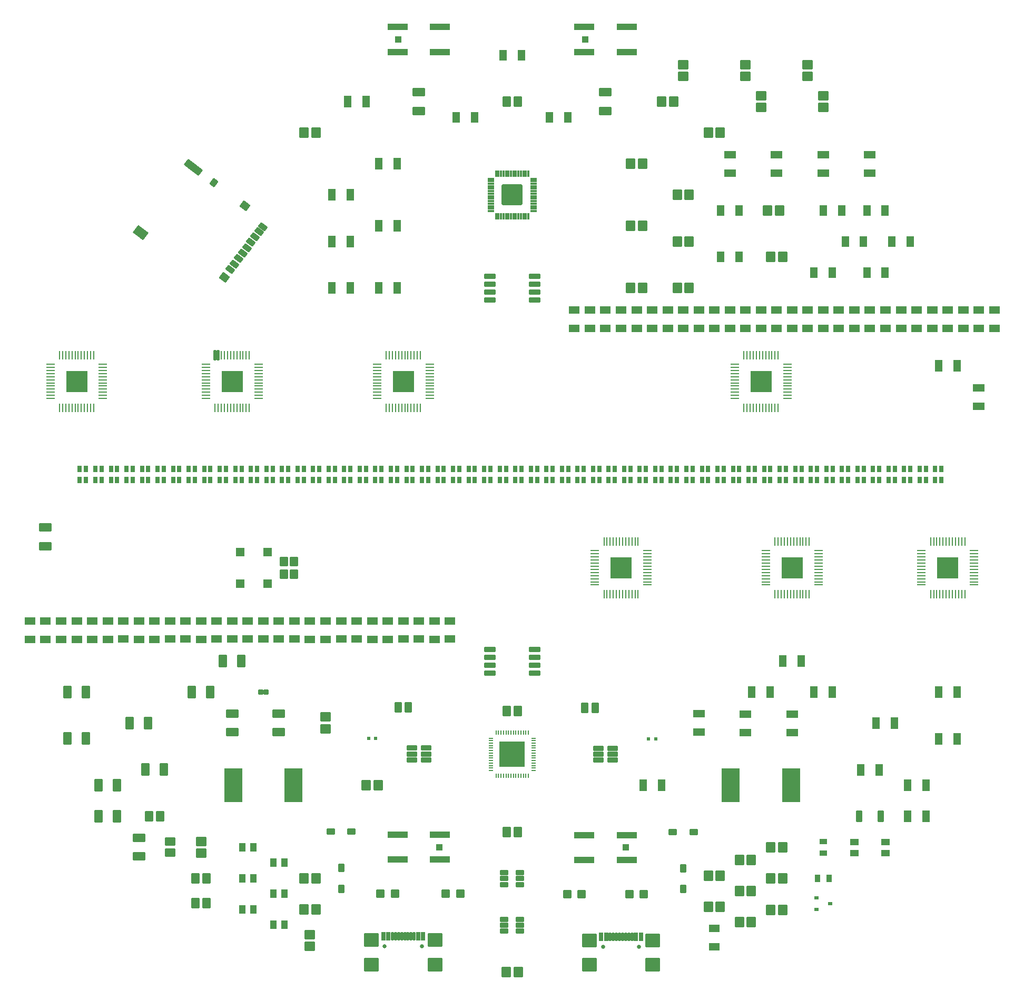
<source format=gbr>
%TF.GenerationSoftware,KiCad,Pcbnew,9.0.0*%
%TF.CreationDate,2025-04-03T19:14:32+05:30*%
%TF.ProjectId,12i(overall),31326928-6f76-4657-9261-6c6c292e6b69,rev?*%
%TF.SameCoordinates,Original*%
%TF.FileFunction,Soldermask,Top*%
%TF.FilePolarity,Negative*%
%FSLAX46Y46*%
G04 Gerber Fmt 4.6, Leading zero omitted, Abs format (unit mm)*
G04 Created by KiCad (PCBNEW 9.0.0) date 2025-04-03 19:14:32*
%MOMM*%
%LPD*%
G01*
G04 APERTURE LIST*
G04 Aperture macros list*
%AMRoundRect*
0 Rectangle with rounded corners*
0 $1 Rounding radius*
0 $2 $3 $4 $5 $6 $7 $8 $9 X,Y pos of 4 corners*
0 Add a 4 corners polygon primitive as box body*
4,1,4,$2,$3,$4,$5,$6,$7,$8,$9,$2,$3,0*
0 Add four circle primitives for the rounded corners*
1,1,$1+$1,$2,$3*
1,1,$1+$1,$4,$5*
1,1,$1+$1,$6,$7*
1,1,$1+$1,$8,$9*
0 Add four rect primitives between the rounded corners*
20,1,$1+$1,$2,$3,$4,$5,0*
20,1,$1+$1,$4,$5,$6,$7,0*
20,1,$1+$1,$6,$7,$8,$9,0*
20,1,$1+$1,$8,$9,$2,$3,0*%
G04 Aperture macros list end*
%ADD10RoundRect,0.102000X0.750000X-0.650000X0.750000X0.650000X-0.750000X0.650000X-0.750000X-0.650000X0*%
%ADD11RoundRect,0.102000X0.250000X-0.425000X0.250000X0.425000X-0.250000X0.425000X-0.250000X-0.425000X0*%
%ADD12RoundRect,0.099250X0.607750X0.297750X-0.607750X0.297750X-0.607750X-0.297750X0.607750X-0.297750X0*%
%ADD13R,1.803400X1.168400*%
%ADD14RoundRect,0.102000X-0.250000X0.425000X-0.250000X-0.425000X0.250000X-0.425000X0.250000X0.425000X0*%
%ADD15RoundRect,0.102000X-0.550000X-0.650000X0.550000X-0.650000X0.550000X0.650000X-0.550000X0.650000X0*%
%ADD16RoundRect,0.102000X0.865000X-0.485000X0.865000X0.485000X-0.865000X0.485000X-0.865000X-0.485000X0*%
%ADD17RoundRect,0.102000X-0.585000X-0.885000X0.585000X-0.885000X0.585000X0.885000X-0.585000X0.885000X0*%
%ADD18RoundRect,0.102000X0.885000X-0.585000X0.885000X0.585000X-0.885000X0.585000X-0.885000X-0.585000X0*%
%ADD19R,1.168400X1.803400*%
%ADD20RoundRect,0.102000X-0.575000X-0.575000X0.575000X-0.575000X0.575000X0.575000X-0.575000X0.575000X0*%
%ADD21R,0.754800X0.199200*%
%ADD22R,0.199200X0.754800*%
%ADD23R,4.038600X4.038600*%
%ADD24RoundRect,0.102000X0.650000X0.750000X-0.650000X0.750000X-0.650000X-0.750000X0.650000X-0.750000X0*%
%ADD25RoundRect,0.102000X0.585000X0.885000X-0.585000X0.885000X-0.585000X-0.885000X0.585000X-0.885000X0*%
%ADD26RoundRect,0.102000X0.485000X0.865000X-0.485000X0.865000X-0.485000X-0.865000X0.485000X-0.865000X0*%
%ADD27RoundRect,0.102000X-0.365000X0.605000X-0.365000X-0.605000X0.365000X-0.605000X0.365000X0.605000X0*%
%ADD28R,1.250000X0.855600*%
%ADD29RoundRect,0.102000X-0.485000X-0.865000X0.485000X-0.865000X0.485000X0.865000X-0.485000X0.865000X0*%
%ADD30R,1.066800X1.346200*%
%ADD31R,3.200001X0.990600*%
%ADD32R,0.990600X0.990600*%
%ADD33RoundRect,0.102000X-0.650000X-0.750000X0.650000X-0.750000X0.650000X0.750000X-0.650000X0.750000X0*%
%ADD34RoundRect,0.102000X-0.865000X0.485000X-0.865000X-0.485000X0.865000X-0.485000X0.865000X0.485000X0*%
%ADD35RoundRect,0.102000X0.575000X0.725000X-0.575000X0.725000X-0.575000X-0.725000X0.575000X-0.725000X0*%
%ADD36R,0.270000X1.461200*%
%ADD37R,1.461200X0.270000*%
%ADD38R,3.500001X3.500001*%
%ADD39RoundRect,0.102000X-0.457200X-0.723900X0.457200X-0.723900X0.457200X0.723900X-0.457200X0.723900X0*%
%ADD40R,0.800001X0.549999*%
%ADD41RoundRect,0.098000X-0.809000X-0.294000X0.809000X-0.294000X0.809000X0.294000X-0.809000X0.294000X0*%
%ADD42R,1.397000X1.346200*%
%ADD43R,0.575600X0.600000*%
%ADD44RoundRect,0.099250X-0.727750X-0.297750X0.727750X-0.297750X0.727750X0.297750X-0.727750X0.297750X0*%
%ADD45RoundRect,0.045000X-0.455000X-0.135000X0.455000X-0.135000X0.455000X0.135000X-0.455000X0.135000X0*%
%ADD46RoundRect,0.045000X-0.135000X-0.455000X0.135000X-0.455000X0.135000X0.455000X-0.135000X0.455000X0*%
%ADD47RoundRect,0.102000X-1.550000X-1.550000X1.550000X-1.550000X1.550000X1.550000X-1.550000X1.550000X0*%
%ADD48RoundRect,0.102000X-0.575000X-0.725000X0.575000X-0.725000X0.575000X0.725000X-0.575000X0.725000X0*%
%ADD49RoundRect,0.102000X-0.400000X-0.800000X0.400000X-0.800000X0.400000X0.800000X-0.400000X0.800000X0*%
%ADD50RoundRect,0.102000X0.725000X-0.575000X0.725000X0.575000X-0.725000X0.575000X-0.725000X-0.575000X0*%
%ADD51RoundRect,0.102000X-0.268546X0.640611X-0.689817X0.081567X0.268546X-0.640611X0.689817X-0.081567X0*%
%ADD52RoundRect,0.102000X-0.178274X0.760407X-0.780089X-0.038229X0.178274X-0.760407X0.780089X0.038229X0*%
%ADD53RoundRect,0.102000X-0.817182X1.241859X-1.418997X0.443223X0.817182X-1.241859X1.418997X-0.443223X0*%
%ADD54RoundRect,0.102000X-0.367524X1.090837X-1.149883X0.052611X0.367524X-1.090837X1.149883X-0.052611X0*%
%ADD55RoundRect,0.102000X-0.018547X0.640044X-0.620362X-0.158592X0.018547X-0.640044X0.620362X0.158592X0*%
%ADD56RoundRect,0.102000X-0.605000X-0.365000X0.605000X-0.365000X0.605000X0.365000X-0.605000X0.365000X0*%
%ADD57C,0.650000*%
%ADD58RoundRect,0.080000X-0.300000X-0.575000X0.300000X-0.575000X0.300000X0.575000X-0.300000X0.575000X0*%
%ADD59RoundRect,0.080000X-0.150000X-0.575000X0.150000X-0.575000X0.150000X0.575000X-0.150000X0.575000X0*%
%ADD60RoundRect,0.102000X-1.090000X-1.000000X1.090000X-1.000000X1.090000X1.000000X-1.090000X1.000000X0*%
%ADD61R,0.855600X1.250000*%
%ADD62RoundRect,0.102000X0.605000X0.365000X-0.605000X0.365000X-0.605000X-0.365000X0.605000X-0.365000X0*%
%ADD63R,2.895600X5.410200*%
%ADD64RoundRect,0.102000X0.575000X0.575000X-0.575000X0.575000X-0.575000X-0.575000X0.575000X-0.575000X0*%
%ADD65RoundRect,0.080000X0.135000X0.730600X-0.135000X0.730600X-0.135000X-0.730600X0.135000X-0.730600X0*%
%ADD66RoundRect,0.102000X-0.280000X-0.320000X0.280000X-0.320000X0.280000X0.320000X-0.280000X0.320000X0*%
%ADD67RoundRect,0.102000X-0.885000X0.585000X-0.885000X-0.585000X0.885000X-0.585000X0.885000X0.585000X0*%
%ADD68RoundRect,0.102000X0.457200X0.723900X-0.457200X0.723900X-0.457200X-0.723900X0.457200X-0.723900X0*%
%ADD69RoundRect,0.102000X-0.750000X0.650000X-0.750000X-0.650000X0.750000X-0.650000X0.750000X0.650000X0*%
%ADD70R,1.447800X1.117600*%
%ADD71RoundRect,0.102000X-0.580000X-0.735000X0.580000X-0.735000X0.580000X0.735000X-0.580000X0.735000X0*%
G04 APERTURE END LIST*
D10*
%TO.C,C76*%
X490000000Y-190950000D03*
X490000000Y-189050000D03*
%TD*%
D11*
%TO.C,D61*%
X384000000Y-249125000D03*
X384000000Y-250875000D03*
X383000000Y-250875000D03*
X383000000Y-249125000D03*
%TD*%
D12*
%TO.C,U1*%
X451255000Y-315950000D03*
X451255000Y-315000000D03*
X451255000Y-314050000D03*
X448745000Y-314050000D03*
X448745000Y-315000000D03*
X448745000Y-315950000D03*
%TD*%
D13*
%TO.C,C3*%
X485000000Y-226473200D03*
X485000000Y-223526800D03*
%TD*%
D11*
%TO.C,De3*%
X449000000Y-249125000D03*
X449000000Y-250875000D03*
X448000000Y-250875000D03*
X448000000Y-249125000D03*
%TD*%
D14*
%TO.C,D13*%
X460500000Y-250875000D03*
X460500000Y-249125000D03*
X461500000Y-249125000D03*
X461500000Y-250875000D03*
%TD*%
D13*
%TO.C,C18*%
X497500000Y-226473200D03*
X497500000Y-223526800D03*
%TD*%
D15*
%TO.C,Y1*%
X413275000Y-263950000D03*
X413275000Y-266050000D03*
X414925000Y-266050000D03*
X414925000Y-263950000D03*
%TD*%
D16*
%TO.C,R32*%
X487500000Y-291480000D03*
X487500000Y-288520000D03*
%TD*%
D13*
%TO.C,C106*%
X390000000Y-276500000D03*
X390000000Y-273553600D03*
%TD*%
D14*
%TO.C,D22*%
X468000000Y-250875000D03*
X468000000Y-249125000D03*
X469000000Y-249125000D03*
X469000000Y-250875000D03*
%TD*%
D17*
%TO.C,R39*%
X383506000Y-304950000D03*
X386494000Y-304950000D03*
%TD*%
D18*
%TO.C,R43*%
X412500000Y-291444000D03*
X412500000Y-288456000D03*
%TD*%
D14*
%TO.C,D25*%
X495500000Y-250875000D03*
X495500000Y-249125000D03*
X496500000Y-249125000D03*
X496500000Y-250875000D03*
%TD*%
D13*
%TO.C,C5*%
X462500000Y-226473200D03*
X462500000Y-223526800D03*
%TD*%
D19*
%TO.C,C85*%
X441026800Y-192500000D03*
X443973200Y-192500000D03*
%TD*%
D10*
%TO.C,C78*%
X487500000Y-185950000D03*
X487500000Y-184050000D03*
%TD*%
D13*
%TO.C,C9*%
X490000000Y-226446400D03*
X490000000Y-223500000D03*
%TD*%
D20*
%TO.C,R44*%
X458825000Y-317500000D03*
X461175000Y-317500000D03*
%TD*%
D21*
%TO.C,U10*%
X446547599Y-292400000D03*
X446547599Y-292799999D03*
X446547599Y-293200001D03*
X446547599Y-293600000D03*
X446547599Y-293999999D03*
X446547599Y-294400001D03*
X446547599Y-294800000D03*
X446547599Y-295200000D03*
X446547599Y-295599999D03*
X446547599Y-296000001D03*
X446547599Y-296400000D03*
X446547599Y-296799999D03*
X446547599Y-297200001D03*
X446547599Y-297600000D03*
D22*
X447400000Y-298452401D03*
X447799999Y-298452401D03*
X448200001Y-298452401D03*
X448600000Y-298452401D03*
X448999999Y-298452401D03*
X449400001Y-298452401D03*
X449800000Y-298452401D03*
X450200000Y-298452401D03*
X450599999Y-298452401D03*
X451000001Y-298452401D03*
X451400000Y-298452401D03*
X451799999Y-298452401D03*
X452200001Y-298452401D03*
X452600000Y-298452401D03*
D21*
X453452401Y-297600000D03*
X453452401Y-297200001D03*
X453452401Y-296799999D03*
X453452401Y-296400000D03*
X453452401Y-296000001D03*
X453452401Y-295599999D03*
X453452401Y-295200000D03*
X453452401Y-294800000D03*
X453452401Y-294400001D03*
X453452401Y-293999999D03*
X453452401Y-293600000D03*
X453452401Y-293200001D03*
X453452401Y-292799999D03*
X453452401Y-292400000D03*
D22*
X452600000Y-291547599D03*
X452200001Y-291547599D03*
X451799999Y-291547599D03*
X451400000Y-291547599D03*
X451000001Y-291547599D03*
X450599999Y-291547599D03*
X450200000Y-291547599D03*
X449800000Y-291547599D03*
X449400001Y-291547599D03*
X448999999Y-291547599D03*
X448600000Y-291547599D03*
X448200001Y-291547599D03*
X447799999Y-291547599D03*
X447400000Y-291547599D03*
D23*
X450000000Y-295000000D03*
%TD*%
D13*
%TO.C,C26*%
X505000000Y-226473200D03*
X505000000Y-223526800D03*
%TD*%
%TO.C,C8*%
X465000000Y-226446400D03*
X465000000Y-223500000D03*
%TD*%
D24*
%TO.C,C65*%
X475950000Y-190000000D03*
X474050000Y-190000000D03*
%TD*%
D11*
%TO.C,D74*%
X399000000Y-249125000D03*
X399000000Y-250875000D03*
X398000000Y-250875000D03*
X398000000Y-249125000D03*
%TD*%
D25*
%TO.C,R48*%
X391494000Y-289950000D03*
X388506000Y-289950000D03*
%TD*%
D26*
%TO.C,R18*%
X491480000Y-285000000D03*
X488520000Y-285000000D03*
%TD*%
%TO.C,R24*%
X511480000Y-290000000D03*
X508520000Y-290000000D03*
%TD*%
D13*
%TO.C,C16*%
X522500000Y-226446400D03*
X522500000Y-223500000D03*
%TD*%
D14*
%TO.C,D14*%
X485500000Y-250875000D03*
X485500000Y-249125000D03*
X486500000Y-249125000D03*
X486500000Y-250875000D03*
%TD*%
D11*
%TO.C,D66*%
X439000000Y-249125000D03*
X439000000Y-250875000D03*
X438000000Y-250875000D03*
X438000000Y-249125000D03*
%TD*%
D13*
%TO.C,C111*%
X415000000Y-276473200D03*
X415000000Y-273526800D03*
%TD*%
D19*
%TO.C,C38*%
X507000000Y-207500000D03*
X509946400Y-207500000D03*
%TD*%
D11*
%TO.C,D77*%
X426500000Y-249125000D03*
X426500000Y-250875000D03*
X425500000Y-250875000D03*
X425500000Y-249125000D03*
%TD*%
D24*
%TO.C,C63*%
X470950000Y-210000000D03*
X469050000Y-210000000D03*
%TD*%
D11*
%TO.C,D73*%
X431500000Y-249125000D03*
X431500000Y-250875000D03*
X430500000Y-250875000D03*
X430500000Y-249125000D03*
%TD*%
D13*
%TO.C,C11*%
X467500000Y-226500000D03*
X467500000Y-223553600D03*
%TD*%
D11*
%TO.C,D59*%
X416500000Y-249125000D03*
X416500000Y-250875000D03*
X415500000Y-250875000D03*
X415500000Y-249125000D03*
%TD*%
D13*
%TO.C,C94*%
X405000000Y-276473200D03*
X405000000Y-273526800D03*
%TD*%
D27*
%TO.C,D32*%
X422500000Y-313270000D03*
X422500000Y-316630000D03*
%TD*%
D13*
%TO.C,C103*%
X425000000Y-276473200D03*
X425000000Y-273526800D03*
%TD*%
%TO.C,C99*%
X400000000Y-276500000D03*
X400000000Y-273553600D03*
%TD*%
D28*
%TO.C,C44*%
X500000000Y-310927800D03*
X500000000Y-309072200D03*
%TD*%
D29*
%TO.C,R17*%
X493520000Y-280000000D03*
X496480000Y-280000000D03*
%TD*%
D30*
%TO.C,C48*%
X411623700Y-317450000D03*
X413376300Y-317450000D03*
%TD*%
D31*
%TO.C,SW1*%
X431600002Y-177999999D03*
X438399998Y-177999999D03*
X431600002Y-182000001D03*
X438399998Y-182000001D03*
D32*
X431699999Y-180000000D03*
%TD*%
D13*
%TO.C,C14*%
X470000000Y-226500000D03*
X470000000Y-223553600D03*
%TD*%
D33*
%TO.C,C71*%
X491050000Y-207500000D03*
X492950000Y-207500000D03*
%TD*%
D34*
%TO.C,R25*%
X507500000Y-198520000D03*
X507500000Y-201480000D03*
%TD*%
D19*
%TO.C,C126*%
X448526800Y-182500000D03*
X451473200Y-182500000D03*
%TD*%
D14*
%TO.C,D7*%
X455500000Y-250875000D03*
X455500000Y-249125000D03*
X456500000Y-249125000D03*
X456500000Y-250875000D03*
%TD*%
D35*
%TO.C,C125*%
X400900000Y-314950000D03*
X399100000Y-314950000D03*
%TD*%
D13*
%TO.C,C113*%
X382500000Y-276500000D03*
X382500000Y-273553600D03*
%TD*%
D17*
%TO.C,R38*%
X403506000Y-279950000D03*
X406494000Y-279950000D03*
%TD*%
D13*
%TO.C,C21*%
X500000000Y-226473200D03*
X500000000Y-223526800D03*
%TD*%
D36*
%TO.C,IC4*%
X377250000Y-239225000D03*
X377749999Y-239225000D03*
X378250001Y-239225000D03*
X378750000Y-239225000D03*
X379249999Y-239225000D03*
X379750000Y-239225000D03*
X380250000Y-239225000D03*
X380750001Y-239225000D03*
X381250000Y-239225000D03*
X381749999Y-239225000D03*
X382250001Y-239225000D03*
X382750000Y-239225000D03*
D37*
X384225000Y-237750000D03*
X384225000Y-237250001D03*
X384225000Y-236749999D03*
X384225000Y-236250000D03*
X384225000Y-235750001D03*
X384225000Y-235250000D03*
X384225000Y-234750000D03*
X384225000Y-234249999D03*
X384225000Y-233750000D03*
X384225000Y-233250001D03*
X384225000Y-232749999D03*
X384225000Y-232250000D03*
D36*
X382750000Y-230775000D03*
X382250001Y-230775000D03*
X381749999Y-230775000D03*
X381250000Y-230775000D03*
X380750001Y-230775000D03*
X380250000Y-230775000D03*
X379750000Y-230775000D03*
X379249999Y-230775000D03*
X378750000Y-230775000D03*
X378250001Y-230775000D03*
X377749999Y-230775000D03*
X377250000Y-230775000D03*
D37*
X375775000Y-232250000D03*
X375775000Y-232749999D03*
X375775000Y-233250001D03*
X375775000Y-233750000D03*
X375775000Y-234249999D03*
X375775000Y-234750000D03*
X375775000Y-235250000D03*
X375775000Y-235750001D03*
X375775000Y-236250000D03*
X375775000Y-236749999D03*
X375775000Y-237250001D03*
X375775000Y-237750000D03*
D38*
X380000000Y-235000000D03*
%TD*%
D25*
%TO.C,R41*%
X386506000Y-299950000D03*
X383518000Y-299950000D03*
%TD*%
D26*
%TO.C,R16*%
X501480000Y-285000000D03*
X498520000Y-285000000D03*
%TD*%
D13*
%TO.C,C87*%
X410000000Y-276473200D03*
X410000000Y-273526800D03*
%TD*%
%TO.C,C2*%
X460000000Y-226473200D03*
X460000000Y-223526800D03*
%TD*%
D39*
%TO.C,C45*%
X461687200Y-287500000D03*
X463312800Y-287500000D03*
%TD*%
D26*
%TO.C,R30*%
X473980000Y-300000000D03*
X471020000Y-300000000D03*
%TD*%
D29*
%TO.C,R9*%
X423520000Y-190000000D03*
X426480000Y-190000000D03*
%TD*%
D40*
%TO.C,U3*%
X498900000Y-318049999D03*
X498900000Y-319949998D03*
X501100000Y-319000000D03*
%TD*%
D11*
%TO.C,D72*%
X401500000Y-249125000D03*
X401500000Y-250875000D03*
X400500000Y-250875000D03*
X400500000Y-249125000D03*
%TD*%
%TO.C,D69*%
X406500000Y-249125000D03*
X406500000Y-250875000D03*
X405500000Y-250875000D03*
X405500000Y-249125000D03*
%TD*%
D24*
%TO.C,C67*%
X470950000Y-200000000D03*
X469050000Y-200000000D03*
%TD*%
D41*
%TO.C,U2*%
X446395000Y-218095000D03*
X446395000Y-219365000D03*
X446395000Y-220635000D03*
X446395000Y-221905000D03*
X453605000Y-221905000D03*
X453605000Y-220635000D03*
X453605000Y-219365000D03*
X453605000Y-218095000D03*
%TD*%
D13*
%TO.C,C28*%
X507500000Y-226473200D03*
X507500000Y-223526800D03*
%TD*%
%TO.C,C98*%
X430000000Y-276500000D03*
X430000000Y-273553600D03*
%TD*%
D34*
%TO.C,R1*%
X492500000Y-198520000D03*
X492500000Y-201480000D03*
%TD*%
D33*
%TO.C,C57*%
X481550000Y-314500000D03*
X483450000Y-314500000D03*
%TD*%
D13*
%TO.C,C27*%
X482500000Y-226473200D03*
X482500000Y-223526800D03*
%TD*%
D17*
%TO.C,R37*%
X398506000Y-284950000D03*
X401494000Y-284950000D03*
%TD*%
D33*
%TO.C,C41*%
X491550000Y-315000000D03*
X493450000Y-315000000D03*
%TD*%
D13*
%TO.C,C95*%
X372500000Y-276500000D03*
X372500000Y-273553600D03*
%TD*%
D17*
%TO.C,R22*%
X378506000Y-284950000D03*
X381494000Y-284950000D03*
%TD*%
D26*
%TO.C,R2*%
X521480000Y-285000000D03*
X518520000Y-285000000D03*
%TD*%
D13*
%TO.C,C97*%
X402500000Y-276473200D03*
X402500000Y-273526800D03*
%TD*%
D11*
%TO.C,D78*%
X424000000Y-249125000D03*
X424000000Y-250875000D03*
X423000000Y-250875000D03*
X423000000Y-249125000D03*
%TD*%
D42*
%TO.C,XTAL1*%
X406290200Y-262460000D03*
X406290200Y-267540000D03*
X410709800Y-267540000D03*
X410709800Y-262460000D03*
%TD*%
D26*
%TO.C,R28*%
X508980000Y-297500000D03*
X506020000Y-297500000D03*
%TD*%
D13*
%TO.C,C23*%
X477500000Y-226446400D03*
X477500000Y-223500000D03*
%TD*%
D11*
%TO.C,D80*%
X421500000Y-249125000D03*
X421500000Y-250875000D03*
X420500000Y-250875000D03*
X420500000Y-249125000D03*
%TD*%
D19*
%TO.C,C79*%
X503526800Y-212500000D03*
X506473200Y-212500000D03*
%TD*%
D13*
%TO.C,C7*%
X515000000Y-226500000D03*
X515000000Y-223553600D03*
%TD*%
D26*
%TO.C,R14*%
X516480000Y-305000000D03*
X513520000Y-305000000D03*
%TD*%
D19*
%TO.C,C77*%
X500000000Y-207500000D03*
X502946400Y-207500000D03*
%TD*%
D11*
%TO.C,D71*%
X434000000Y-249125000D03*
X434000000Y-250875000D03*
X433000000Y-250875000D03*
X433000000Y-249125000D03*
%TD*%
D14*
%TO.C,D17*%
X488000000Y-250875000D03*
X488000000Y-249125000D03*
X489000000Y-249125000D03*
X489000000Y-250875000D03*
%TD*%
%TO.C,D3*%
X503000000Y-250875000D03*
X503000000Y-249125000D03*
X504000000Y-249125000D03*
X504000000Y-250875000D03*
%TD*%
D43*
%TO.C,L6*%
X428067800Y-292450000D03*
X426932200Y-292450000D03*
%TD*%
D30*
%TO.C,C49*%
X406623700Y-314950000D03*
X408376300Y-314950000D03*
%TD*%
D13*
%TO.C,C108*%
X387500000Y-276473200D03*
X387500000Y-273526800D03*
%TD*%
D30*
%TO.C,C51*%
X408376300Y-319950000D03*
X406623700Y-319950000D03*
%TD*%
D13*
%TO.C,C88*%
X380000000Y-276500000D03*
X380000000Y-273553600D03*
%TD*%
D10*
%TO.C,C74*%
X477500000Y-185950000D03*
X477500000Y-184050000D03*
%TD*%
D33*
%TO.C,C120*%
X426550000Y-299950000D03*
X428450000Y-299950000D03*
%TD*%
D43*
%TO.C,L5*%
X471932200Y-292500000D03*
X473067800Y-292500000D03*
%TD*%
D13*
%TO.C,C15*%
X495000000Y-226473200D03*
X495000000Y-223526800D03*
%TD*%
D44*
%TO.C,U6*%
X433845000Y-294000000D03*
X433845000Y-294950000D03*
X433845000Y-295900000D03*
X436155000Y-295900000D03*
X436155000Y-294950000D03*
X436155000Y-294000000D03*
%TD*%
D19*
%TO.C,C59*%
X511026800Y-212500000D03*
X513973200Y-212500000D03*
%TD*%
D33*
%TO.C,C40*%
X486550000Y-312000000D03*
X488450000Y-312000000D03*
%TD*%
D45*
%TO.C,U4*%
X446565000Y-202400000D03*
X446565000Y-202800000D03*
X446565000Y-203200000D03*
X446565000Y-203600000D03*
X446565000Y-204000000D03*
X446565000Y-204400000D03*
X446565000Y-204800000D03*
X446565000Y-205200000D03*
X446565000Y-205600000D03*
X446565000Y-206000000D03*
X446565000Y-206400000D03*
X446565000Y-206800000D03*
X446565000Y-207200000D03*
X446565000Y-207600000D03*
D46*
X447400000Y-208435000D03*
X447800000Y-208435000D03*
X448200000Y-208435000D03*
X448600000Y-208435000D03*
X449000000Y-208435000D03*
X449400000Y-208435000D03*
X449800000Y-208435000D03*
X450200000Y-208435000D03*
X450600000Y-208435000D03*
X451000000Y-208435000D03*
X451400000Y-208435000D03*
X451800000Y-208435000D03*
X452200000Y-208435000D03*
X452600000Y-208435000D03*
D45*
X453435000Y-207600000D03*
X453435000Y-207200000D03*
X453435000Y-206800000D03*
X453435000Y-206400000D03*
X453435000Y-206000000D03*
X453435000Y-205600000D03*
X453435000Y-205200000D03*
X453435000Y-204800000D03*
X453435000Y-204400000D03*
X453435000Y-204000000D03*
X453435000Y-203600000D03*
X453435000Y-203200000D03*
X453435000Y-202800000D03*
X453435000Y-202400000D03*
D46*
X452600000Y-201565000D03*
X452200000Y-201565000D03*
X451800000Y-201565000D03*
X451400000Y-201565000D03*
X451000000Y-201565000D03*
X450600000Y-201565000D03*
X450200000Y-201565000D03*
X449800000Y-201565000D03*
X449400000Y-201565000D03*
X449000000Y-201565000D03*
X448600000Y-201565000D03*
X448200000Y-201565000D03*
X447800000Y-201565000D03*
X447400000Y-201565000D03*
D47*
X450000000Y-205000000D03*
%TD*%
D24*
%TO.C,C66*%
X478450000Y-205000000D03*
X476550000Y-205000000D03*
%TD*%
D13*
%TO.C,C112*%
X412500000Y-276473200D03*
X412500000Y-273526800D03*
%TD*%
D14*
%TO.C,D24*%
X470500000Y-250875000D03*
X470500000Y-249125000D03*
X471500000Y-249125000D03*
X471500000Y-250875000D03*
%TD*%
D30*
%TO.C,C47*%
X406623700Y-309950000D03*
X408376300Y-309950000D03*
%TD*%
D24*
%TO.C,C61*%
X478450000Y-220000000D03*
X476550000Y-220000000D03*
%TD*%
D13*
%TO.C,C4*%
X512500000Y-226500000D03*
X512500000Y-223553600D03*
%TD*%
D26*
%TO.C,R3*%
X431480000Y-220000000D03*
X428520000Y-220000000D03*
%TD*%
%TO.C,R10*%
X431480000Y-210000000D03*
X428520000Y-210000000D03*
%TD*%
D13*
%TO.C,C110*%
X385000000Y-276500000D03*
X385000000Y-273553600D03*
%TD*%
D10*
%TO.C,C81*%
X497500000Y-185950000D03*
X497500000Y-184050000D03*
%TD*%
D20*
%TO.C,R6*%
X428825000Y-317450000D03*
X431175000Y-317450000D03*
%TD*%
D36*
%TO.C,IC1*%
X487250000Y-239225000D03*
X487749999Y-239225000D03*
X488250001Y-239225000D03*
X488750000Y-239225000D03*
X489249999Y-239225000D03*
X489750000Y-239225000D03*
X490250000Y-239225000D03*
X490750001Y-239225000D03*
X491250000Y-239225000D03*
X491749999Y-239225000D03*
X492250001Y-239225000D03*
X492750000Y-239225000D03*
D37*
X494225000Y-237750000D03*
X494225000Y-237250001D03*
X494225000Y-236749999D03*
X494225000Y-236250000D03*
X494225000Y-235750001D03*
X494225000Y-235250000D03*
X494225000Y-234750000D03*
X494225000Y-234249999D03*
X494225000Y-233750000D03*
X494225000Y-233250001D03*
X494225000Y-232749999D03*
X494225000Y-232250000D03*
D36*
X492750000Y-230775000D03*
X492250001Y-230775000D03*
X491749999Y-230775000D03*
X491250000Y-230775000D03*
X490750001Y-230775000D03*
X490250000Y-230775000D03*
X489750000Y-230775000D03*
X489249999Y-230775000D03*
X488750000Y-230775000D03*
X488250001Y-230775000D03*
X487749999Y-230775000D03*
X487250000Y-230775000D03*
D37*
X485775000Y-232250000D03*
X485775000Y-232749999D03*
X485775000Y-233250001D03*
X485775000Y-233750000D03*
X485775000Y-234249999D03*
X485775000Y-234750000D03*
X485775000Y-235250000D03*
X485775000Y-235750001D03*
X485775000Y-236250000D03*
X485775000Y-236749999D03*
X485775000Y-237250001D03*
X485775000Y-237750000D03*
D38*
X490000000Y-235000000D03*
%TD*%
D13*
%TO.C,C24*%
X502500000Y-226473200D03*
X502500000Y-223526800D03*
%TD*%
D36*
%TO.C,IC5*%
X470250000Y-260775000D03*
X469750001Y-260775000D03*
X469249999Y-260775000D03*
X468750000Y-260775000D03*
X468250001Y-260775000D03*
X467750000Y-260775000D03*
X467250000Y-260775000D03*
X466749999Y-260775000D03*
X466250000Y-260775000D03*
X465750001Y-260775000D03*
X465249999Y-260775000D03*
X464750000Y-260775000D03*
D37*
X463275000Y-262250000D03*
X463275000Y-262749999D03*
X463275000Y-263250001D03*
X463275000Y-263750000D03*
X463275000Y-264249999D03*
X463275000Y-264750000D03*
X463275000Y-265250000D03*
X463275000Y-265750001D03*
X463275000Y-266250000D03*
X463275000Y-266749999D03*
X463275000Y-267250001D03*
X463275000Y-267750000D03*
D36*
X464750000Y-269225000D03*
X465249999Y-269225000D03*
X465750001Y-269225000D03*
X466250000Y-269225000D03*
X466749999Y-269225000D03*
X467250000Y-269225000D03*
X467750000Y-269225000D03*
X468250001Y-269225000D03*
X468750000Y-269225000D03*
X469249999Y-269225000D03*
X469750001Y-269225000D03*
X470250000Y-269225000D03*
D37*
X471725000Y-267750000D03*
X471725000Y-267250001D03*
X471725000Y-266749999D03*
X471725000Y-266250000D03*
X471725000Y-265750001D03*
X471725000Y-265250000D03*
X471725000Y-264750000D03*
X471725000Y-264249999D03*
X471725000Y-263750000D03*
X471725000Y-263250001D03*
X471725000Y-262749999D03*
X471725000Y-262250000D03*
D38*
X467500000Y-265000000D03*
%TD*%
D13*
%TO.C,C100*%
X397500000Y-276473200D03*
X397500000Y-273526800D03*
%TD*%
%TO.C,C89*%
X437500000Y-276500000D03*
X437500000Y-273553600D03*
%TD*%
D10*
%TO.C,C80*%
X500000000Y-190950000D03*
X500000000Y-189050000D03*
%TD*%
D13*
%TO.C,C109*%
X417500000Y-276500000D03*
X417500000Y-273553600D03*
%TD*%
D11*
%TO.C,D67*%
X409000000Y-249125000D03*
X409000000Y-250875000D03*
X408000000Y-250875000D03*
X408000000Y-249125000D03*
%TD*%
D48*
%TO.C,C69*%
X449100000Y-190000000D03*
X450900000Y-190000000D03*
%TD*%
D49*
%TO.C,E1*%
X505800000Y-305000000D03*
X509200000Y-305000000D03*
%TD*%
D36*
%TO.C,IC6*%
X522750000Y-260775000D03*
X522250001Y-260775000D03*
X521749999Y-260775000D03*
X521250000Y-260775000D03*
X520750001Y-260775000D03*
X520250000Y-260775000D03*
X519750000Y-260775000D03*
X519249999Y-260775000D03*
X518750000Y-260775000D03*
X518250001Y-260775000D03*
X517749999Y-260775000D03*
X517250000Y-260775000D03*
D37*
X515775000Y-262250000D03*
X515775000Y-262749999D03*
X515775000Y-263250001D03*
X515775000Y-263750000D03*
X515775000Y-264249999D03*
X515775000Y-264750000D03*
X515775000Y-265250000D03*
X515775000Y-265750001D03*
X515775000Y-266250000D03*
X515775000Y-266749999D03*
X515775000Y-267250001D03*
X515775000Y-267750000D03*
D36*
X517250000Y-269225000D03*
X517749999Y-269225000D03*
X518250001Y-269225000D03*
X518750000Y-269225000D03*
X519249999Y-269225000D03*
X519750000Y-269225000D03*
X520250000Y-269225000D03*
X520750001Y-269225000D03*
X521250000Y-269225000D03*
X521749999Y-269225000D03*
X522250001Y-269225000D03*
X522750000Y-269225000D03*
D37*
X524225000Y-267750000D03*
X524225000Y-267250001D03*
X524225000Y-266749999D03*
X524225000Y-266250000D03*
X524225000Y-265750001D03*
X524225000Y-265250000D03*
X524225000Y-264750000D03*
X524225000Y-264249999D03*
X524225000Y-263750000D03*
X524225000Y-263250001D03*
X524225000Y-262749999D03*
X524225000Y-262250000D03*
D38*
X520000000Y-265000000D03*
%TD*%
D19*
%TO.C,C82*%
X498526800Y-217500000D03*
X501473200Y-217500000D03*
%TD*%
D33*
%TO.C,C70*%
X416550000Y-195000000D03*
X418450000Y-195000000D03*
%TD*%
D18*
%TO.C,R8*%
X435000000Y-191488000D03*
X435000000Y-188500000D03*
%TD*%
D13*
%TO.C,C10*%
X517500000Y-226473200D03*
X517500000Y-223526800D03*
%TD*%
D19*
%TO.C,C75*%
X483500000Y-215000000D03*
X486446400Y-215000000D03*
%TD*%
D14*
%TO.C,D2*%
X475500000Y-250875000D03*
X475500000Y-249125000D03*
X476500000Y-249125000D03*
X476500000Y-250875000D03*
%TD*%
D11*
%TO.C,D68*%
X436500000Y-249125000D03*
X436500000Y-250875000D03*
X435500000Y-250875000D03*
X435500000Y-249125000D03*
%TD*%
D29*
%TO.C,R4*%
X428520000Y-200000000D03*
X431480000Y-200000000D03*
%TD*%
D14*
%TO.C,D4*%
X453000000Y-250875000D03*
X453000000Y-249125000D03*
X454000000Y-249125000D03*
X454000000Y-250875000D03*
%TD*%
%TO.C,D9*%
X508000000Y-250875000D03*
X508000000Y-249125000D03*
X509000000Y-249125000D03*
X509000000Y-250875000D03*
%TD*%
D33*
%TO.C,C58*%
X481550000Y-319500000D03*
X483450000Y-319500000D03*
%TD*%
D26*
%TO.C,R29*%
X521480000Y-292500000D03*
X518520000Y-292500000D03*
%TD*%
D14*
%TO.C,D11*%
X483000000Y-250875000D03*
X483000000Y-249125000D03*
X484000000Y-249125000D03*
X484000000Y-250875000D03*
%TD*%
D13*
%TO.C,C101*%
X427500000Y-276500000D03*
X427500000Y-273553600D03*
%TD*%
D29*
%TO.C,R19*%
X421020000Y-205000000D03*
X423980000Y-205000000D03*
%TD*%
D50*
%TO.C,C119*%
X395000000Y-310850000D03*
X395000000Y-309050000D03*
%TD*%
D29*
%TO.C,R20*%
X421020000Y-220000000D03*
X423980000Y-220000000D03*
%TD*%
D51*
%TO.C,J3*%
X404699082Y-217015688D03*
X405361078Y-216137189D03*
X406023074Y-215258691D03*
X406685071Y-214380191D03*
X407347067Y-213501692D03*
X408009064Y-212623193D03*
X408671060Y-211744693D03*
X409333057Y-210866195D03*
D52*
X407042373Y-206760983D03*
D53*
X398776495Y-200532196D03*
D54*
X390292607Y-211042960D03*
D52*
X403766267Y-218253572D03*
D55*
X402090833Y-203029730D03*
D51*
X409904781Y-210107490D03*
%TD*%
D13*
%TO.C,C13*%
X520000000Y-226473200D03*
X520000000Y-223526800D03*
%TD*%
%TO.C,C115*%
X482500000Y-325973200D03*
X482500000Y-323026800D03*
%TD*%
D56*
%TO.C,D31*%
X420820000Y-307450000D03*
X424180000Y-307450000D03*
%TD*%
D13*
%TO.C,C107*%
X420000000Y-276500000D03*
X420000000Y-273553600D03*
%TD*%
D19*
%TO.C,C37*%
X483500000Y-207500000D03*
X486446400Y-207500000D03*
%TD*%
D11*
%TO.C,D63*%
X381500000Y-249125000D03*
X381500000Y-250875000D03*
X380500000Y-250875000D03*
X380500000Y-249125000D03*
%TD*%
D26*
%TO.C,R27*%
X516480000Y-300000000D03*
X513520000Y-300000000D03*
%TD*%
D18*
%TO.C,R47*%
X405000000Y-291444000D03*
X405000000Y-288456000D03*
%TD*%
D33*
%TO.C,C72*%
X491550000Y-215000000D03*
X493450000Y-215000000D03*
%TD*%
D10*
%TO.C,C117*%
X400000000Y-310900000D03*
X400000000Y-309000000D03*
%TD*%
D33*
%TO.C,C116*%
X416550000Y-314950000D03*
X418450000Y-314950000D03*
%TD*%
D14*
%TO.C,D21*%
X518000000Y-250875000D03*
X518000000Y-249125000D03*
X519000000Y-249125000D03*
X519000000Y-250875000D03*
%TD*%
D13*
%TO.C,C92*%
X435000000Y-276473200D03*
X435000000Y-273526800D03*
%TD*%
D14*
%TO.C,De1*%
X450500000Y-250875000D03*
X450500000Y-249125000D03*
X451500000Y-249125000D03*
X451500000Y-250875000D03*
%TD*%
D34*
%TO.C,R26*%
X500000000Y-198520000D03*
X500000000Y-201480000D03*
%TD*%
D13*
%TO.C,C20*%
X475000000Y-226446400D03*
X475000000Y-223500000D03*
%TD*%
D10*
%TO.C,C84*%
X420000000Y-290900000D03*
X420000000Y-289000000D03*
%TD*%
D57*
%TO.C,J1*%
X429500000Y-325887500D03*
X435500000Y-325887500D03*
D58*
X429300000Y-324312500D03*
X430100000Y-324312500D03*
D59*
X431250000Y-324312500D03*
X432250000Y-324312500D03*
X432750000Y-324312500D03*
X433750000Y-324312500D03*
D58*
X435700000Y-324312500D03*
X434900000Y-324312500D03*
D59*
X434250000Y-324312500D03*
X433250000Y-324312500D03*
X431750000Y-324312500D03*
X430750000Y-324312500D03*
D60*
X427390000Y-324887500D03*
X437610000Y-324887500D03*
X427390000Y-328817500D03*
X437610000Y-328817500D03*
%TD*%
D27*
%TO.C,D30*%
X477500000Y-313320000D03*
X477500000Y-316680000D03*
%TD*%
D41*
%TO.C,U8*%
X446395000Y-278095000D03*
X446395000Y-279365000D03*
X446395000Y-280635000D03*
X446395000Y-281905000D03*
X453605000Y-281905000D03*
X453605000Y-280635000D03*
X453605000Y-279365000D03*
X453605000Y-278095000D03*
%TD*%
D19*
%TO.C,C73*%
X507000000Y-217500000D03*
X509946400Y-217500000D03*
%TD*%
D61*
%TO.C,C46*%
X499072200Y-315000000D03*
X500927800Y-315000000D03*
%TD*%
D44*
%TO.C,U7*%
X463845000Y-294050000D03*
X463845000Y-295000000D03*
X463845000Y-295950000D03*
X466155000Y-295950000D03*
X466155000Y-295000000D03*
X466155000Y-294050000D03*
%TD*%
D62*
%TO.C,D29*%
X479180000Y-307500000D03*
X475820000Y-307500000D03*
%TD*%
D13*
%TO.C,C22*%
X527500000Y-226473200D03*
X527500000Y-223526800D03*
%TD*%
D33*
%TO.C,C54*%
X486550000Y-322000000D03*
X488450000Y-322000000D03*
%TD*%
D13*
%TO.C,C1*%
X510000000Y-226473200D03*
X510000000Y-223526800D03*
%TD*%
D31*
%TO.C,SW2*%
X461600002Y-177999999D03*
X468399998Y-177999999D03*
X461600002Y-182000001D03*
X468399998Y-182000001D03*
D32*
X461699999Y-180000000D03*
%TD*%
D18*
%TO.C,R5*%
X465000000Y-191494000D03*
X465000000Y-188506000D03*
%TD*%
D63*
%TO.C,L3*%
X485148600Y-300000000D03*
X494851400Y-300000000D03*
%TD*%
D14*
%TO.C,D1*%
X500500000Y-250875000D03*
X500500000Y-249125000D03*
X501500000Y-249125000D03*
X501500000Y-250875000D03*
%TD*%
D64*
%TO.C,R45*%
X471175000Y-317500000D03*
X468825000Y-317500000D03*
%TD*%
D11*
%TO.C,D81*%
X391500000Y-249125000D03*
X391500000Y-250875000D03*
X390500000Y-250875000D03*
X390500000Y-249125000D03*
%TD*%
D36*
%TO.C,IC7*%
X497750000Y-260775000D03*
X497250001Y-260775000D03*
X496749999Y-260775000D03*
X496250000Y-260775000D03*
X495750001Y-260775000D03*
X495250000Y-260775000D03*
X494750000Y-260775000D03*
X494249999Y-260775000D03*
X493750000Y-260775000D03*
X493250001Y-260775000D03*
X492749999Y-260775000D03*
X492250000Y-260775000D03*
D37*
X490775000Y-262250000D03*
X490775000Y-262749999D03*
X490775000Y-263250001D03*
X490775000Y-263750000D03*
X490775000Y-264249999D03*
X490775000Y-264750000D03*
X490775000Y-265250000D03*
X490775000Y-265750001D03*
X490775000Y-266250000D03*
X490775000Y-266749999D03*
X490775000Y-267250001D03*
X490775000Y-267750000D03*
D36*
X492250000Y-269225000D03*
X492749999Y-269225000D03*
X493250001Y-269225000D03*
X493750000Y-269225000D03*
X494249999Y-269225000D03*
X494750000Y-269225000D03*
X495250000Y-269225000D03*
X495750001Y-269225000D03*
X496250000Y-269225000D03*
X496749999Y-269225000D03*
X497250001Y-269225000D03*
X497750000Y-269225000D03*
D37*
X499225000Y-267750000D03*
X499225000Y-267250001D03*
X499225000Y-266749999D03*
X499225000Y-266250000D03*
X499225000Y-265750001D03*
X499225000Y-265250000D03*
X499225000Y-264750000D03*
X499225000Y-264249999D03*
X499225000Y-263750000D03*
X499225000Y-263250001D03*
X499225000Y-262749999D03*
X499225000Y-262250000D03*
D38*
X495000000Y-265000000D03*
%TD*%
D34*
%TO.C,R11*%
X485000000Y-198520000D03*
X485000000Y-201480000D03*
%TD*%
D33*
%TO.C,C53*%
X491550000Y-320000000D03*
X493450000Y-320000000D03*
%TD*%
D14*
%TO.C,D20*%
X490500000Y-250875000D03*
X490500000Y-249125000D03*
X491500000Y-249125000D03*
X491500000Y-250875000D03*
%TD*%
D33*
%TO.C,C114*%
X449050000Y-330000000D03*
X450950000Y-330000000D03*
%TD*%
D35*
%TO.C,C123*%
X400900000Y-318950000D03*
X399100000Y-318950000D03*
%TD*%
D30*
%TO.C,C50*%
X411623700Y-322450000D03*
X413376300Y-322450000D03*
%TD*%
D57*
%TO.C,J2*%
X464610000Y-325937500D03*
X470390000Y-325937500D03*
D58*
X464300000Y-324362500D03*
X465100000Y-324362500D03*
D59*
X466250000Y-324362500D03*
X467250000Y-324362500D03*
X467750000Y-324362500D03*
X468750000Y-324362500D03*
D58*
X470700000Y-324362500D03*
X469900000Y-324362500D03*
D59*
X469250000Y-324362500D03*
X468250000Y-324362500D03*
X466750000Y-324362500D03*
X465750000Y-324362500D03*
D60*
X462390000Y-324937500D03*
X472610000Y-324937500D03*
X462390000Y-328867500D03*
X472610000Y-328867500D03*
%TD*%
D14*
%TO.C,D8*%
X480500000Y-250875000D03*
X480500000Y-249125000D03*
X481500000Y-249125000D03*
X481500000Y-250875000D03*
%TD*%
D29*
%TO.C,R21*%
X421020000Y-212500000D03*
X423980000Y-212500000D03*
%TD*%
D36*
%TO.C,IC3*%
X402250000Y-239225000D03*
X402749999Y-239225000D03*
X403250001Y-239225000D03*
X403750000Y-239225000D03*
X404249999Y-239225000D03*
X404750000Y-239225000D03*
X405250000Y-239225000D03*
X405750001Y-239225000D03*
X406250000Y-239225000D03*
X406749999Y-239225000D03*
X407250001Y-239225000D03*
X407750000Y-239225000D03*
D37*
X409225000Y-237750000D03*
X409225000Y-237250001D03*
X409225000Y-236749999D03*
X409225000Y-236250000D03*
X409225000Y-235750001D03*
X409225000Y-235250000D03*
X409225000Y-234750000D03*
X409225000Y-234249999D03*
X409225000Y-233750000D03*
X409225000Y-233250001D03*
X409225000Y-232749999D03*
X409225000Y-232250000D03*
D36*
X407750000Y-230775000D03*
X407250001Y-230775000D03*
X406749999Y-230775000D03*
X406250000Y-230775000D03*
X405750001Y-230775000D03*
X405250000Y-230775000D03*
X404750000Y-230775000D03*
X404249999Y-230775000D03*
X403750000Y-230775000D03*
X403250001Y-230775000D03*
D65*
X402749999Y-230775000D03*
X402250000Y-230775000D03*
D37*
X400775000Y-232250000D03*
X400775000Y-232749999D03*
X400775000Y-233250001D03*
X400775000Y-233750000D03*
X400775000Y-234249999D03*
X400775000Y-234750000D03*
X400775000Y-235250000D03*
X400775000Y-235750001D03*
X400775000Y-236250000D03*
X400775000Y-236749999D03*
X400775000Y-237250001D03*
X400775000Y-237750000D03*
D38*
X405000000Y-235000000D03*
%TD*%
D24*
%TO.C,C62*%
X478450000Y-212500000D03*
X476550000Y-212500000D03*
%TD*%
D11*
%TO.C,D58*%
X386500000Y-249125000D03*
X386500000Y-250875000D03*
X385500000Y-250875000D03*
X385500000Y-249125000D03*
%TD*%
%TO.C,D75*%
X429000000Y-249125000D03*
X429000000Y-250875000D03*
X428000000Y-250875000D03*
X428000000Y-249125000D03*
%TD*%
D14*
%TO.C,D18*%
X515500000Y-250875000D03*
X515500000Y-249125000D03*
X516500000Y-249125000D03*
X516500000Y-250875000D03*
%TD*%
D11*
%TO.C,D57*%
X446500000Y-249125000D03*
X446500000Y-250875000D03*
X445500000Y-250875000D03*
X445500000Y-249125000D03*
%TD*%
D13*
%TO.C,C93*%
X375000000Y-276500000D03*
X375000000Y-273553600D03*
%TD*%
D14*
%TO.C,D26*%
X473000000Y-250875000D03*
X473000000Y-249125000D03*
X474000000Y-249125000D03*
X474000000Y-250875000D03*
%TD*%
D13*
%TO.C,C104*%
X392500000Y-276500000D03*
X392500000Y-273553600D03*
%TD*%
D16*
%TO.C,R15*%
X495000000Y-291500000D03*
X495000000Y-288540000D03*
%TD*%
%TO.C,R31*%
X480000000Y-291460000D03*
X480000000Y-288500000D03*
%TD*%
D48*
%TO.C,C124*%
X449100000Y-307500000D03*
X450900000Y-307500000D03*
%TD*%
D11*
%TO.C,D64*%
X441500000Y-249125000D03*
X441500000Y-250875000D03*
X440500000Y-250875000D03*
X440500000Y-249125000D03*
%TD*%
D25*
%TO.C,R42*%
X381494000Y-292450000D03*
X378506000Y-292450000D03*
%TD*%
D13*
%TO.C,C86*%
X440000000Y-276473200D03*
X440000000Y-273526800D03*
%TD*%
D12*
%TO.C,U9*%
X451255000Y-323450000D03*
X451255000Y-322500000D03*
X451255000Y-321550000D03*
X448745000Y-321550000D03*
X448745000Y-322500000D03*
X448745000Y-323450000D03*
%TD*%
D11*
%TO.C,D60*%
X444000000Y-249125000D03*
X444000000Y-250875000D03*
X443000000Y-250875000D03*
X443000000Y-249125000D03*
%TD*%
D31*
%TO.C,SW5*%
X438399998Y-311950001D03*
X431600002Y-311950001D03*
X438399998Y-307949999D03*
X431600002Y-307949999D03*
D32*
X438300001Y-309950000D03*
%TD*%
D14*
%TO.C,D23*%
X493000000Y-250875000D03*
X493000000Y-249125000D03*
X494000000Y-249125000D03*
X494000000Y-250875000D03*
%TD*%
D36*
%TO.C,IC2*%
X429750000Y-239225000D03*
X430249999Y-239225000D03*
X430750001Y-239225000D03*
X431250000Y-239225000D03*
X431749999Y-239225000D03*
X432250000Y-239225000D03*
X432750000Y-239225000D03*
X433250001Y-239225000D03*
X433750000Y-239225000D03*
X434249999Y-239225000D03*
X434750001Y-239225000D03*
X435250000Y-239225000D03*
D37*
X436725000Y-237750000D03*
X436725000Y-237250001D03*
X436725000Y-236749999D03*
X436725000Y-236250000D03*
X436725000Y-235750001D03*
X436725000Y-235250000D03*
X436725000Y-234750000D03*
X436725000Y-234249999D03*
X436725000Y-233750000D03*
X436725000Y-233250001D03*
X436725000Y-232749999D03*
X436725000Y-232250000D03*
D36*
X435250000Y-230775000D03*
X434750001Y-230775000D03*
X434249999Y-230775000D03*
X433750000Y-230775000D03*
X433250001Y-230775000D03*
X432750000Y-230775000D03*
X432250000Y-230775000D03*
X431749999Y-230775000D03*
X431250000Y-230775000D03*
X430750001Y-230775000D03*
X430249999Y-230775000D03*
X429750000Y-230775000D03*
D37*
X428275000Y-232250000D03*
X428275000Y-232749999D03*
X428275000Y-233250001D03*
X428275000Y-233750000D03*
X428275000Y-234249999D03*
X428275000Y-234750000D03*
X428275000Y-235250000D03*
X428275000Y-235750001D03*
X428275000Y-236250000D03*
X428275000Y-236749999D03*
X428275000Y-237250001D03*
X428275000Y-237750000D03*
D38*
X432500000Y-235000000D03*
%TD*%
D48*
%TO.C,C68*%
X391600000Y-304950000D03*
X393400000Y-304950000D03*
%TD*%
D18*
%TO.C,R46*%
X390000000Y-311444000D03*
X390000000Y-308456000D03*
%TD*%
D33*
%TO.C,C118*%
X416550000Y-319950000D03*
X418450000Y-319950000D03*
%TD*%
D11*
%TO.C,D65*%
X411500000Y-249125000D03*
X411500000Y-250875000D03*
X410500000Y-250875000D03*
X410500000Y-249125000D03*
%TD*%
D13*
%TO.C,C25*%
X480000000Y-226446400D03*
X480000000Y-223500000D03*
%TD*%
D14*
%TO.C,D16*%
X463000000Y-250875000D03*
X463000000Y-249125000D03*
X464000000Y-249125000D03*
X464000000Y-250875000D03*
%TD*%
%TO.C,D19*%
X465500000Y-250875000D03*
X465500000Y-249125000D03*
X466500000Y-249125000D03*
X466500000Y-250875000D03*
%TD*%
D11*
%TO.C,D70*%
X404000000Y-249125000D03*
X404000000Y-250875000D03*
X403000000Y-250875000D03*
X403000000Y-249125000D03*
%TD*%
D31*
%TO.C,SW4*%
X468399998Y-312000001D03*
X461600002Y-312000001D03*
X468399998Y-307999999D03*
X461600002Y-307999999D03*
D32*
X468300001Y-310000000D03*
%TD*%
D13*
%TO.C,C91*%
X407500000Y-276473200D03*
X407500000Y-273526800D03*
%TD*%
%TO.C,C17*%
X472500000Y-226446400D03*
X472500000Y-223500000D03*
%TD*%
%TO.C,C105*%
X422500000Y-276473200D03*
X422500000Y-273526800D03*
%TD*%
D14*
%TO.C,D12*%
X510500000Y-250875000D03*
X510500000Y-249125000D03*
X511500000Y-249125000D03*
X511500000Y-250875000D03*
%TD*%
D13*
%TO.C,C19*%
X525000000Y-226473200D03*
X525000000Y-223526800D03*
%TD*%
%TO.C,C96*%
X432500000Y-276473200D03*
X432500000Y-273526800D03*
%TD*%
D66*
%TO.C,R40*%
X409565000Y-284950000D03*
X410435000Y-284950000D03*
%TD*%
D67*
%TO.C,R23*%
X375000000Y-258506000D03*
X375000000Y-261494000D03*
%TD*%
D63*
%TO.C,L2*%
X405148600Y-300000000D03*
X414851400Y-300000000D03*
%TD*%
D14*
%TO.C,D6*%
X505500000Y-250875000D03*
X505500000Y-249125000D03*
X506500000Y-249125000D03*
X506500000Y-250875000D03*
%TD*%
D13*
%TO.C,C12*%
X492500000Y-226446400D03*
X492500000Y-223500000D03*
%TD*%
D33*
%TO.C,C39*%
X491550000Y-310000000D03*
X493450000Y-310000000D03*
%TD*%
D68*
%TO.C,C43*%
X433312800Y-287450000D03*
X431687200Y-287450000D03*
%TD*%
D13*
%TO.C,C102*%
X395000000Y-276473200D03*
X395000000Y-273526800D03*
%TD*%
D24*
%TO.C,C60*%
X470950000Y-220000000D03*
X469050000Y-220000000D03*
%TD*%
D64*
%TO.C,R7*%
X441675000Y-317450000D03*
X439325000Y-317450000D03*
%TD*%
D69*
%TO.C,C121*%
X417500000Y-324000000D03*
X417500000Y-325900000D03*
%TD*%
D11*
%TO.C,D79*%
X394000000Y-249125000D03*
X394000000Y-250875000D03*
X393000000Y-250875000D03*
X393000000Y-249125000D03*
%TD*%
%TO.C,D76*%
X396500000Y-249125000D03*
X396500000Y-250875000D03*
X395500000Y-250875000D03*
X395500000Y-249125000D03*
%TD*%
D17*
%TO.C,R49*%
X391006000Y-297450000D03*
X393994000Y-297450000D03*
%TD*%
D29*
%TO.C,R13*%
X518520000Y-232500000D03*
X521480000Y-232500000D03*
%TD*%
D16*
%TO.C,R12*%
X525000000Y-238980000D03*
X525000000Y-236020000D03*
%TD*%
D14*
%TO.C,D27*%
X498000000Y-250875000D03*
X498000000Y-249125000D03*
X499000000Y-249125000D03*
X499000000Y-250875000D03*
%TD*%
D11*
%TO.C,D62*%
X414000000Y-249125000D03*
X414000000Y-250875000D03*
X413000000Y-250875000D03*
X413000000Y-249125000D03*
%TD*%
D14*
%TO.C,D15*%
X513000000Y-250875000D03*
X513000000Y-249125000D03*
X514000000Y-249125000D03*
X514000000Y-250875000D03*
%TD*%
%TO.C,D10*%
X458000000Y-250875000D03*
X458000000Y-249125000D03*
X459000000Y-249125000D03*
X459000000Y-250875000D03*
%TD*%
D11*
%TO.C,D55*%
X419000000Y-249125000D03*
X419000000Y-250875000D03*
X418000000Y-250875000D03*
X418000000Y-249125000D03*
%TD*%
D14*
%TO.C,D5*%
X478000000Y-250875000D03*
X478000000Y-249125000D03*
X479000000Y-249125000D03*
X479000000Y-250875000D03*
%TD*%
D13*
%TO.C,C90*%
X377500000Y-276500000D03*
X377500000Y-273553600D03*
%TD*%
D19*
%TO.C,C83*%
X456026800Y-192500000D03*
X458973200Y-192500000D03*
%TD*%
D11*
%TO.C,D56*%
X389000000Y-249125000D03*
X389000000Y-250875000D03*
X388000000Y-250875000D03*
X388000000Y-249125000D03*
%TD*%
D13*
%TO.C,C6*%
X487500000Y-226473200D03*
X487500000Y-223526800D03*
%TD*%
D30*
%TO.C,C52*%
X411623700Y-312450000D03*
X413376300Y-312450000D03*
%TD*%
D24*
%TO.C,C64*%
X483450000Y-195000000D03*
X481550000Y-195000000D03*
%TD*%
D70*
%TO.C,C56*%
X505000000Y-310896800D03*
X505000000Y-309103200D03*
%TD*%
D33*
%TO.C,C42*%
X486550000Y-317000000D03*
X488450000Y-317000000D03*
%TD*%
D71*
%TO.C,C122*%
X449125000Y-288000000D03*
X450875000Y-288000000D03*
%TD*%
D70*
%TO.C,C55*%
X510000000Y-310896800D03*
X510000000Y-309103200D03*
%TD*%
M02*

</source>
